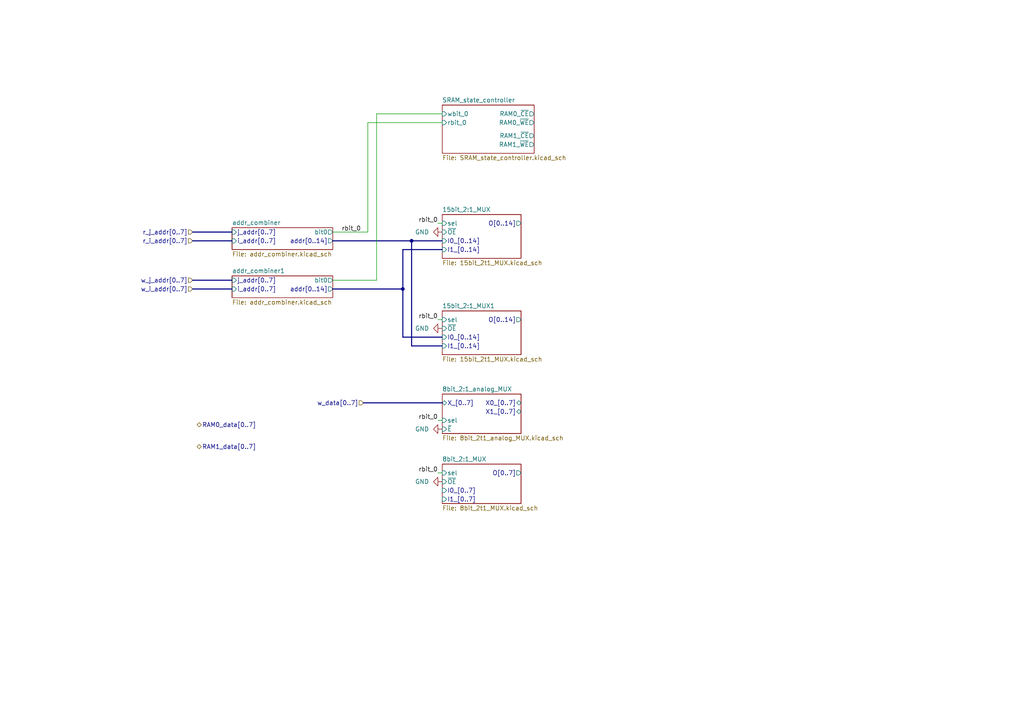
<source format=kicad_sch>
(kicad_sch (version 20250114) (generator "eeschema") (generator_version "9.0")
  (paper "A4")
  (lib_symbols
    (symbol "power:GND" (power) (pin_numbers (hide yes)) (pin_names (offset 0) (hide yes))
      (property "Value" "GND" (at 0 -3.81 0))
      (symbol "GND_0_1"
        (polyline (pts (xy 0 0) (xy 0 -1.27) (xy 1.27 -1.27) (xy 0 -2.54) (xy -1.27 -1.27) (xy 0 -1.27)))
      )
      (symbol "GND_1_1"
        (pin power_in line (at 0 0 270) (length 0) (name "~") (number "1"))
      )
    )
  )
  (junction (at 116.84 83.82))
  (junction (at 119.38 69.85))
  (bus (pts (xy 128.27 69.85) (xy 119.38 69.85)))
  (wire (pts (xy 109.22 81.28) (xy 109.22 33.02)))
  (bus (pts (xy 96.52 69.85) (xy 119.38 69.85)))
  (wire (pts (xy 96.52 67.31) (xy 106.68 67.31)))
  (bus (pts (xy 55.88 81.28) (xy 67.31 81.28)))
  (bus (pts (xy 55.88 83.82) (xy 67.31 83.82)))
  (bus (pts (xy 116.84 97.79) (xy 128.27 97.79)))
  (bus (pts (xy 55.88 69.85) (xy 67.31 69.85)))
  (bus (pts (xy 105.41 116.84) (xy 128.27 116.84)))
  (wire (pts (xy 96.52 81.28) (xy 109.22 81.28)))
  (wire (pts (xy 127 137.16) (xy 128.27 137.16)))
  (wire (pts (xy 127 92.71) (xy 128.27 92.71)))
  (wire (pts (xy 106.68 35.56) (xy 128.27 35.56)))
  (bus (pts (xy 116.84 83.82) (xy 116.84 97.79)))
  (bus (pts (xy 119.38 100.33) (xy 128.27 100.33)))
  (bus (pts (xy 116.84 72.39) (xy 116.84 83.82)))
  (wire (pts (xy 106.68 67.31) (xy 106.68 35.56)))
  (wire (pts (xy 109.22 33.02) (xy 128.27 33.02)))
  (bus (pts (xy 55.88 67.31) (xy 67.31 67.31)))
  (bus (pts (xy 119.38 69.85) (xy 119.38 100.33)))
  (bus (pts (xy 128.27 72.39) (xy 116.84 72.39)))
  (bus (pts (xy 96.52 83.82) (xy 116.84 83.82)))
  (wire (pts (xy 127 121.92) (xy 128.27 121.92)))
  (wire (pts (xy 127 64.77) (xy 128.27 64.77)))
  (label "rbit_0" (at 127 121.92 180))
  (label "rbit_0" (at 127 92.71 180))
  (label "rbit_0" (at 127 137.16 180))
  (label "rbit_0" (at 99.06 67.31 0))
  (label "rbit_0" (at 127 64.77 180))
  (hierarchical_label "RAM0_data[0..7]" (shape bidirectional) (at 57.15 123.19 0))
  (hierarchical_label "w_data[0..7]" (shape input) (at 105.41 116.84 180))
  (hierarchical_label "RAM1_data[0..7]" (shape bidirectional) (at 57.15 129.54 0))
  (hierarchical_label "w_j_addr[0..7]" (shape input) (at 55.88 81.28 180))
  (hierarchical_label "r_i_addr[0..7]" (shape input) (at 55.88 69.85 180))
  (hierarchical_label "w_i_addr[0..7]" (shape input) (at 55.88 83.82 180))
  (hierarchical_label "r_j_addr[0..7]" (shape input) (at 55.88 67.31 180))
  (symbol (lib_id "power:GND") (at 128.27 139.7 270) (unit 1)
    (property "Reference" "#PWR084" (effects (hide yes)))
    (property "Value" "GND" (at 124.46 139.6999 90) (effects (justify right)))
    (property "Description" "Power symbol creates a global label with name \"GND\" , ground" (effects (hide yes)))
  )
  (symbol (lib_id "power:GND") (at 128.27 95.25 270) (unit 1)
    (property "Reference" "#PWR076" (effects (hide yes)))
    (property "Value" "GND" (at 124.46 95.2499 90) (effects (justify right)))
    (property "Description" "Power symbol creates a global label with name \"GND\" , ground" (effects (hide yes)))
  )
  (symbol (lib_id "power:GND") (at 128.27 67.31 270) (unit 1)
    (property "Reference" "#PWR075" (effects (hide yes)))
    (property "Value" "GND" (at 124.46 67.3099 90) (effects (justify right)))
    (property "Description" "Power symbol creates a global label with name \"GND\" , ground" (effects (hide yes)))
  )
  (symbol (lib_id "power:GND") (at 128.27 124.46 270) (unit 1)
    (property "Reference" "#PWR081" (effects (hide yes)))
    (property "Value" "GND" (at 124.46 124.4599 90) (effects (justify right)))
    (property "Description" "Power symbol creates a global label with name \"GND\" , ground" (effects (hide yes)))
  )
  (sheet (at 128.27 30.48) (size 26.67 13.97) (stroke (width 0.1524))
    (property "Sheetname" "SRAM_state_controller" (at 128.27 29.7684 0) (effects (justify left bottom)))
    (property "Sheetfile" "SRAM_state_controller.kicad_sch" (at 128.27 45.0346 0) (effects (justify left top)))
    (pin "RAM0_~{WE}" output (at 154.94 35.56 0))
    (pin "wbit_0" input (at 128.27 33.02 180))
    (pin "RAM1_~{WE}" output (at 154.94 41.91 0))
    (pin "RAM1_~{CE}" output (at 154.94 39.37 0))
    (pin "RAM0_~{CE}" output (at 154.94 33.02 0))
    (pin "rbit_0" input (at 128.27 35.56 180))
  )
  (sheet (at 128.27 114.3) (size 22.86 11.43) (stroke (width 0.1524))
    (property "Sheetname" "8bit_2:1_analog_MUX" (at 128.27 113.5884 0) (effects (justify left bottom)))
    (property "Sheetfile" "8bit_2t1_analog_MUX.kicad_sch" (at 128.27 126.3146 0) (effects (justify left top)))
    (pin "X1_[0..7]" bidirectional (at 151.13 119.38 0))
    (pin "~{E}" input (at 128.27 124.46 180))
    (pin "X_[0..7]" bidirectional (at 128.27 116.84 180))
    (pin "sel" input (at 128.27 121.92 180))
    (pin "X0_[0..7]" bidirectional (at 151.13 116.84 0))
  )
  (sheet (at 67.31 66.04) (size 29.21 6.35) (stroke (width 0.1524))
    (property "Sheetname" "addr_combiner" (at 67.31 65.3284 0) (effects (justify left bottom)))
    (property "Sheetfile" "addr_combiner.kicad_sch" (at 67.31 72.9746 0) (effects (justify left top)))
    (pin "bit0" output (at 96.52 67.31 0))
    (pin "j_addr[0..7]" input (at 67.31 67.31 180))
    (pin "addr[0..14]" output (at 96.52 69.85 0))
    (pin "i_addr[0..7]" input (at 67.31 69.85 180))
  )
  (sheet (at 128.27 90.17) (size 22.86 12.7) (stroke (width 0.1524))
    (property "Sheetname" "15bit_2:1_MUX1" (at 128.27 89.4584 0) (effects (justify left bottom)))
    (property "Sheetfile" "15bit_2t1_MUX.kicad_sch" (at 128.27 103.4546 0) (effects (justify left top)))
    (pin "O[0..14]" output (at 151.13 92.71 0))
    (pin "sel" input (at 128.27 92.71 180))
    (pin "I0_[0..14]" input (at 128.27 97.79 180))
    (pin "~{OE}" input (at 128.27 95.25 180))
    (pin "I1_[0..14]" input (at 128.27 100.33 180))
  )
  (sheet (at 67.31 80.01) (size 29.21 6.35) (stroke (width 0.1524))
    (property "Sheetname" "addr_combiner1" (at 67.31 79.2984 0) (effects (justify left bottom)))
    (property "Sheetfile" "addr_combiner.kicad_sch" (at 67.31 86.9446 0) (effects (justify left top)))
    (pin "bit0" output (at 96.52 81.28 0))
    (pin "j_addr[0..7]" input (at 67.31 81.28 180))
    (pin "addr[0..14]" output (at 96.52 83.82 0))
    (pin "i_addr[0..7]" input (at 67.31 83.82 180))
  )
  (sheet (at 128.27 134.62) (size 22.86 11.43) (stroke (width 0.1524))
    (property "Sheetname" "8bit_2:1_MUX" (at 128.27 133.9084 0) (effects (justify left bottom)))
    (property "Sheetfile" "8bit_2t1_MUX.kicad_sch" (at 128.27 146.6346 0) (effects (justify left top)))
    (pin "O[0..7]" output (at 151.13 137.16 0))
    (pin "I0_[0..7]" input (at 128.27 142.24 180))
    (pin "sel" input (at 128.27 137.16 180))
    (pin "~{OE}" input (at 128.27 139.7 180))
    (pin "I1_[0..7]" input (at 128.27 144.78 180))
  )
  (sheet (at 128.27 62.23) (size 22.86 12.7) (stroke (width 0.1524))
    (property "Sheetname" "15bit_2:1_MUX" (at 128.27 61.5184 0) (effects (justify left bottom)))
    (property "Sheetfile" "15bit_2t1_MUX.kicad_sch" (at 128.27 75.5146 0) (effects (justify left top)))
    (pin "O[0..14]" output (at 151.13 64.77 0))
    (pin "sel" input (at 128.27 64.77 180))
    (pin "I0_[0..14]" input (at 128.27 69.85 180))
    (pin "~{OE}" input (at 128.27 67.31 180))
    (pin "I1_[0..14]" input (at 128.27 72.39 180))
  )
)
</source>
